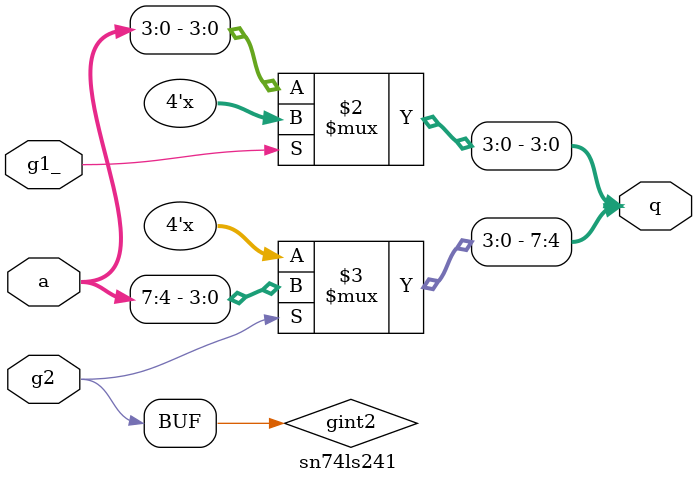
<source format=v>
module sn74ls241(q, a, g1_, g2);
input [7:0] a;
input g1_, g2;
output [7:0] q;
wire gint1, gint2;

parameter
	// TI TTL data book Vol 1, 1985
	tPLH_min=0, tPLH_typ=9,           tPLH_max=14,
	tPHL_min=0, tPHL_typ=12,          tPHL_max=18,
	tPZH_min=0, tPZH_typ=15-tPLH_typ, tPZH_max=23-tPLH_max,
	tPZL_min=0, tPZL_typ=20-tPHL_typ, tPZL_max=30-tPHL_max;
// does not respect tPHZ, tPLZ !

	assign #(tPZH_min:tPZH_typ:tPZH_max,
		     tPZL_min:tPZL_typ:tPZL_max)
		gint1 = ~g1_;
	assign #(tPZH_min:tPZH_typ:tPZH_max,
		     tPZL_min:tPZL_typ:tPZL_max)
		gint2 = g2;

	assign #(tPLH_min:tPLH_typ:tPLH_max,
  		     tPHL_min:tPHL_typ:tPHL_max)
		q[3:0] = gint1 ? a[3:0] : 4'bzzzz;
	assign #(tPLH_min : tPLH_typ : tPLH_max,
  		     tPHL_min : tPHL_typ : tPHL_max)
		q[7:4] = gint2 ? a[7:4] : 4'bzzzz;

endmodule

</source>
